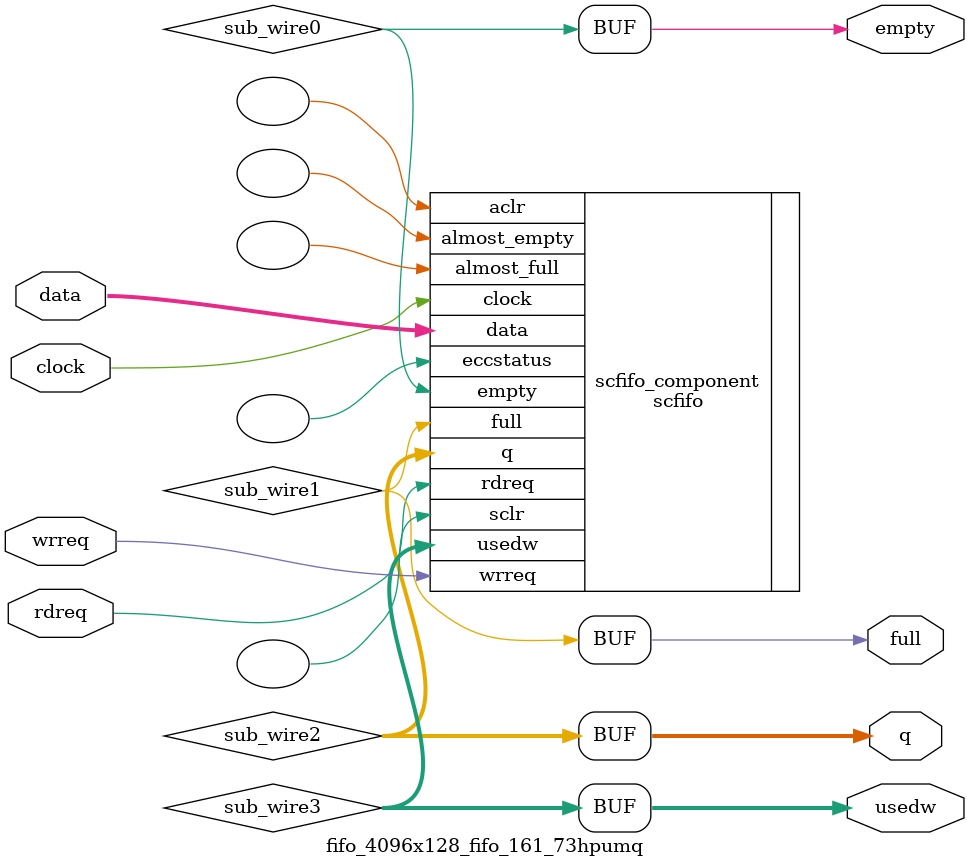
<source format=v>



`timescale 1 ps / 1 ps
// synopsys translate_on
module  fifo_4096x128_fifo_161_73hpumq  (
    clock,
    data,
    rdreq,
    wrreq,
    empty,
    full,
    q,
    usedw);

    input    clock;
    input  [127:0]  data;
    input    rdreq;
    input    wrreq;
    output   empty;
    output   full;
    output [127:0]  q;
    output [11:0]  usedw;

    wire  sub_wire0;
    wire  sub_wire1;
    wire [127:0] sub_wire2;
    wire [11:0] sub_wire3;
    wire  empty = sub_wire0;
    wire  full = sub_wire1;
    wire [127:0] q = sub_wire2[127:0];
    wire [11:0] usedw = sub_wire3[11:0];

    scfifo  scfifo_component (
                .clock (clock),
                .data (data),
                .rdreq (rdreq),
                .wrreq (wrreq),
                .empty (sub_wire0),
                .full (sub_wire1),
                .q (sub_wire2),
                .usedw (sub_wire3),
                .aclr (),
                .almost_empty (),
                .almost_full (),
                .eccstatus (),
                .sclr ());
    defparam
        scfifo_component.add_ram_output_register  = "OFF",
        scfifo_component.enable_ecc  = "FALSE",
        scfifo_component.intended_device_family  = "Arria 10",
        scfifo_component.lpm_numwords  = 4096,
        scfifo_component.lpm_showahead  = "OFF",
        scfifo_component.lpm_type  = "scfifo",
        scfifo_component.lpm_width  = 128,
        scfifo_component.lpm_widthu  = 12,
        scfifo_component.overflow_checking  = "ON",
        scfifo_component.underflow_checking  = "ON",
        scfifo_component.use_eab  = "ON";


endmodule



</source>
